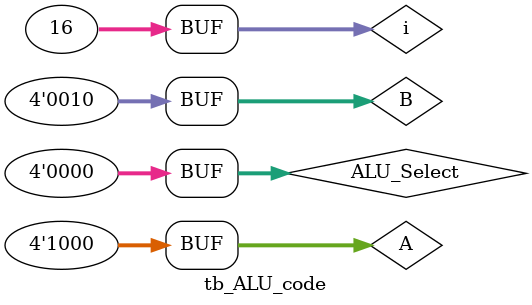
<source format=v>
`timescale 1ns / 1ps


module tb_ALU_code;

reg [3:0] A,B;
reg [3:0] ALU_Select;
wire [3:0] ALU_Out;
wire CarryOut;

code_ALU uut(.A(A),.B(B),.ALU_Select(ALU_Select),.ALU_Out(ALU_Out),.CarryOut(CarryOut));

integer i;
initial begin



A = 4'b1000;
B = 4'b0010;
ALU_Select = 4'b0;
for(i=0 ; i<=15 ; i=i+1)
    begin
     ALU_Select = ALU_Select + 4'b0001;
     #20;
    end
    
  end
endmodule

</source>
